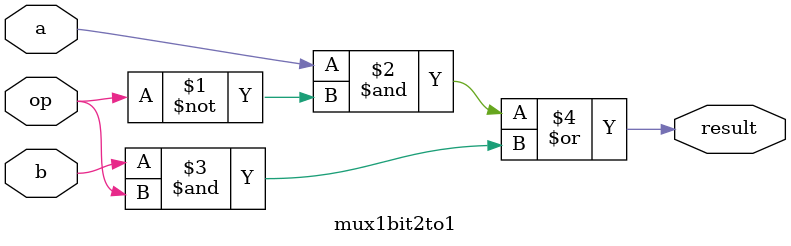
<source format=v>
`timescale 1ns / 1ps

module mux1bit2to1(a, b, op, result);
input a, b, op;
output result;

assign result = (a & (~op)) | (b & op);                 //multiplexer logic.

endmodule

</source>
